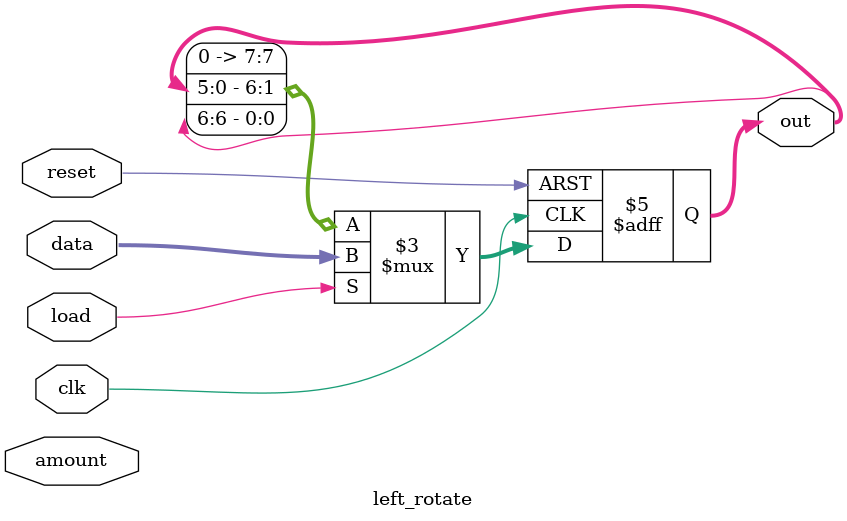
<source format=v>
module left_rotate(clk,reset,amount,data,load,out);
input clk,reset;
input [2:0] amount;
input [7:0] data;
input load;
output reg [7:0] out;
// when load is high, load data to out
// rotate the register out followed by shift left by amount bits
always @(posedge clk or posedge reset)
	if (reset) out = 0;
	else if (load) out = data;
	else begin // if (load)
	//	out = {out[6:0],out[7]};
	out = {out[5:0],out[6]};
	end
endmodule

</source>
